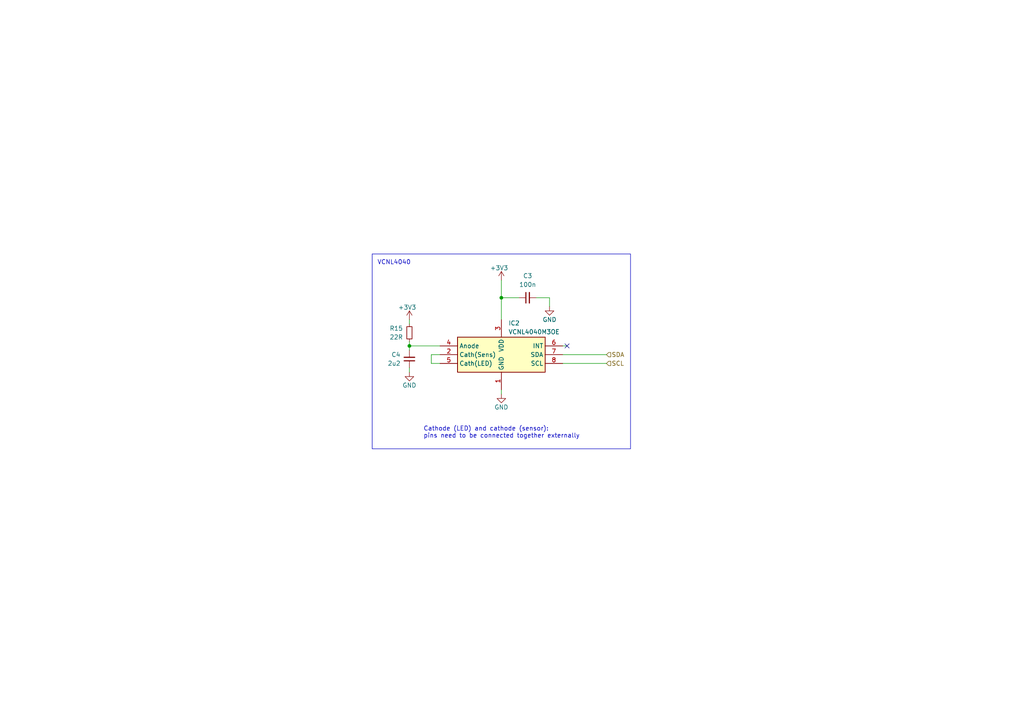
<source format=kicad_sch>
(kicad_sch (version 20231120) (generator "eeschema") (generator_version "8.0")
  (paper "A4")
  (lib_symbols
    (symbol "Device:C_Small" (pin_numbers hide) (pin_names (offset 0.254) hide)
      (property "Reference" "C" (at 0.254 1.778 0))
      (property "Value" "C_Small" (at 0.254 -2.032 0))
      (symbol "C_Small_0_1"
        (polyline (pts (xy -1.524 -0.508) (xy 1.524 -0.508)) (stroke (width 0.3302)))
        (polyline (pts (xy -1.524 0.508) (xy 1.524 0.508)) (stroke (width 0.3048)))
      )
      (symbol "C_Small_1_1"
        (pin passive line (at 0 2.54 270) (length 2.032) (name "~") (number "1"))
        (pin passive line (at 0 -2.54 90) (length 2.032) (name "~") (number "2"))
      )
    )
    (symbol "Device:R_Small" (pin_numbers hide) (pin_names (offset 0.254) hide)
      (property "Reference" "R" (at 0.762 0.508 0))
      (property "Value" "R_Small" (at 0.762 -1.016 0))
      (symbol "R_Small_0_1"
        (rectangle (start -0.762 1.778) (end 0.762 -1.778) (stroke (width 0.2032)))
      )
      (symbol "R_Small_1_1"
        (pin passive line (at 0 2.54 270) (length 0.762) (name "~") (number "1"))
        (pin passive line (at 0 -2.54 90) (length 0.762) (name "~") (number "2"))
      )
    )
    (symbol "ProjectSymbols:VCNL4040M3OE"
      (property "Reference" "IC" (at 16.51 5.08 0))
      (property "Value" "VCNL4040M3OE" (at 16.51 2.54 0))
      (symbol "VCNL4040M3OE_1_1"
        (rectangle (start -12.7 0) (end 12.7 -10.16) (stroke (width 0.254)) (fill (type background)))
        (pin passive line (at 0 -15.24 90) (length 5.08) (name "GND") (number "1"))
        (pin passive line (at -17.78 -5.08 0) (length 5.08) (name "Cath(Sens)") (number "2"))
        (pin passive line (at 0 5.08 270) (length 5.08) (name "VDD") (number "3"))
        (pin passive line (at -17.78 -2.54 0) (length 5.08) (name "Anode") (number "4"))
        (pin passive line (at -17.78 -7.62 0) (length 5.08) (name "Cath(LED)") (number "5"))
        (pin passive line (at 17.78 -2.54 180) (length 5.08) (name "INT") (number "6"))
        (pin passive line (at 17.78 -5.08 180) (length 5.08) (name "SDA") (number "7"))
        (pin passive line (at 17.78 -7.62 180) (length 5.08) (name "SCL") (number "8"))
      )
    )
    (symbol "power:+3V3" (power) (pin_names (offset 0))
      (property "Value" "+3V3" (at 0 3.556 0))
      (symbol "+3V3_0_1"
        (polyline (pts (xy -0.762 1.27) (xy 0 2.54)))
        (polyline (pts (xy 0 0) (xy 0 2.54)))
        (polyline (pts (xy 0 2.54) (xy 0.762 1.27)))
      )
      (symbol "+3V3_1_1"
        (pin power_in line (at 0 0 90) (length 0) hide (name "+3V3") (number "1"))
      )
    )
    (symbol "power:GND" (power) (pin_names (offset 0))
      (property "Value" "GND" (at 0 -3.81 0))
      (symbol "GND_0_1"
        (polyline (pts (xy 0 0) (xy 0 -1.27) (xy 1.27 -1.27) (xy 0 -2.54) (xy -1.27 -1.27) (xy 0 -1.27)))
      )
      (symbol "GND_1_1"
        (pin power_in line (at 0 0 270) (length 0) hide (name "GND") (number "1"))
      )
    )
  )
  (junction (at 118.745 100.33))
  (junction (at 145.415 86.36))
  (no_connect (at 164.465 100.33))
  (wire (pts (xy 127.635 102.87) (xy 125.095 102.87)))
  (wire (pts (xy 118.745 92.71) (xy 118.745 93.98)))
  (wire (pts (xy 145.415 81.28) (xy 145.415 86.36)))
  (wire (pts (xy 164.465 100.33) (xy 163.195 100.33)))
  (wire (pts (xy 118.745 101.6) (xy 118.745 100.33)))
  (wire (pts (xy 118.745 100.33) (xy 127.635 100.33)))
  (wire (pts (xy 163.195 105.41) (xy 175.895 105.41)))
  (wire (pts (xy 145.415 114.3) (xy 145.415 113.03)))
  (wire (pts (xy 163.195 102.87) (xy 175.895 102.87)))
  (wire (pts (xy 155.575 86.36) (xy 159.385 86.36)))
  (wire (pts (xy 145.415 86.36) (xy 150.495 86.36)))
  (wire (pts (xy 125.095 105.41) (xy 127.635 105.41)))
  (wire (pts (xy 118.745 107.95) (xy 118.745 106.68)))
  (wire (pts (xy 159.385 86.36) (xy 159.385 88.9)))
  (wire (pts (xy 118.745 99.06) (xy 118.745 100.33)))
  (wire (pts (xy 145.415 86.36) (xy 145.415 92.71)))
  (wire (pts (xy 125.095 102.87) (xy 125.095 105.41)))
  (rectangle (start 107.95 73.66) (end 182.88 130.175))
  (text "VCNL4040" (at 114.3 76.2 0) (effects (font (size 1.27 1.27))))
  (text "Cathode (LED) and cathode (sensor): \npins need to be connected together externally" (at 122.809 127.254 0) (effects (font (size 1.27 1.27)) (justify left bottom)))
  (hierarchical_label "SDA" (shape input) (at 175.895 102.87 0))
  (hierarchical_label "SCL" (shape input) (at 175.895 105.41 0))
  (symbol (lib_id "Device:C_Small") (at 153.035 86.36 90) (unit 1)
    (property "Reference" "C3" (at 153.0413 80.01 90))
    (property "Value" "100n" (at 153.0413 82.55 90))
    (property "Footprint" "Capacitor_SMD:C_0603_1608Metric" (effects (hide yes)))
    (property "Datasheet" "https://www.mouser.de/datasheet/2/281/1/GCM188R91E104KA37_04A-3144793.pdf" (effects (hide yes)))
    (property "Description" "Unpolarized capacitor, small symbol" (effects (hide yes)))
    (property "MNR" "81-GCM188R91E104KA7D" (effects (hide yes)))
    (property "LCSC" "C1591" (effects (hide yes)))
  )
  (symbol (lib_id "power:+3V3") (at 118.745 92.71 0) (unit 1)
    (property "Reference" "#PWR37" (effects (hide yes)))
    (property "Value" "+3V3" (at 115.443 89.154 0) (effects (justify left)))
  )
  (symbol (lib_id "power:+3V3") (at 145.415 81.28 0) (unit 1)
    (property "Reference" "#PWR35" (effects (hide yes)))
    (property "Value" "+3V3" (at 142.113 77.724 0) (effects (justify left)))
  )
  (symbol (lib_id "Device:R_Small") (at 118.745 96.52 0) (mirror x) (unit 1)
    (property "Reference" "R15" (at 114.935 95.25 0))
    (property "Value" "22R" (at 114.935 97.79 0))
    (property "Footprint" "Resistor_SMD:R_0603_1608Metric" (effects (hide yes)))
    (property "Datasheet" "https://www.vishay.com/doc?20035" (effects (hide yes)))
    (property "MNR" "71-CRCW0603-22-E3 " (effects (hide yes)))
    (property "LCSC" "C107701" (effects (hide yes)))
  )
  (symbol (lib_id "power:GND") (at 118.745 107.95 0) (unit 1)
    (property "Reference" "#PWR38" (effects (hide yes)))
    (property "Value" "GND" (at 118.745 111.76 0))
  )
  (symbol (lib_id "ProjectSymbols:VCNL4040M3OE") (at 145.415 97.79 0) (unit 1)
    (property "Reference" "IC2" (at 147.447 93.726 0) (effects (justify left)))
    (property "Value" "VCNL4040M3OE" (at 147.447 96.266 0) (effects (justify left)))
    (property "Footprint" "ProjectFootprints:VCNL4040M3OE" (effects (hide yes)))
    (property "Datasheet" "https://www.vishay.com/doc?84274" (effects (hide yes)))
    (property "Description" "Fully Integrated Proximity and Ambient Light Sensor with Infrared Emitter, I2C Interface, and Interrupt Function" (effects (hide yes)))
    (property "MNR" "78-VCNL4040M3OE" (effects (hide yes)))
    (property "LCSC" "C142526" (effects (hide yes)))
  )
  (symbol (lib_id "power:GND") (at 159.385 88.9 0) (unit 1)
    (property "Reference" "#PWR36" (effects (hide yes)))
    (property "Value" "GND" (at 159.385 92.71 0))
  )
  (symbol (lib_id "power:GND") (at 145.415 114.3 0) (unit 1)
    (property "Reference" "#PWR39" (effects (hide yes)))
    (property "Value" "GND" (at 145.415 118.11 0))
  )
  (symbol (lib_id "Device:C_Small") (at 118.745 104.14 0) (mirror x) (unit 1)
    (property "Reference" "C4" (at 116.205 102.8635 0) (effects (justify right)))
    (property "Value" "2u2" (at 116.205 105.4035 0) (effects (justify right)))
    (property "Footprint" "Capacitor_SMD:C_0603_1608Metric" (effects (hide yes)))
    (property "Datasheet" "https://www.mouser.de/datasheet/2/281/1/GRM188R61E225KA12_04A-1985875.pdf" (effects (hide yes)))
    (property "Description" "Unpolarized capacitor, small symbol" (effects (hide yes)))
    (property "MNR" "81-GRM188R61E225KA2D " (effects (hide yes)))
    (property "LCSC" "C23630" (effects (hide yes)))
  )
)
</source>
